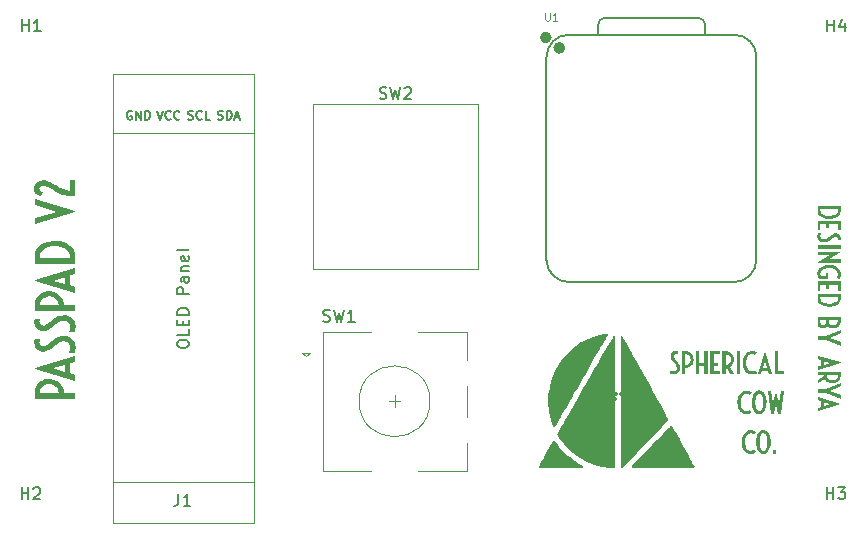
<source format=gbr>
%TF.GenerationSoftware,KiCad,Pcbnew,9.0.2*%
%TF.CreationDate,2025-07-02T04:02:23-04:00*%
%TF.ProjectId,PassPad_KiCAD,50617373-5061-4645-9f4b-694341442e6b,rev?*%
%TF.SameCoordinates,Original*%
%TF.FileFunction,Legend,Top*%
%TF.FilePolarity,Positive*%
%FSLAX46Y46*%
G04 Gerber Fmt 4.6, Leading zero omitted, Abs format (unit mm)*
G04 Created by KiCad (PCBNEW 9.0.2) date 2025-07-02 04:02:23*
%MOMM*%
%LPD*%
G01*
G04 APERTURE LIST*
%ADD10C,0.100000*%
%ADD11C,0.150000*%
%ADD12C,0.300000*%
%ADD13C,0.101600*%
%ADD14C,0.040000*%
%ADD15C,0.120000*%
%ADD16C,0.000000*%
%ADD17C,0.127000*%
%ADD18C,0.504000*%
G04 APERTURE END LIST*
D10*
G36*
X166608008Y-83870093D02*
G01*
X166607815Y-83885968D01*
X166602166Y-83955825D01*
X166589008Y-84021903D01*
X166567886Y-84086417D01*
X166539610Y-84146869D01*
X166502342Y-84206519D01*
X166458113Y-84261602D01*
X166403368Y-84315786D01*
X166341897Y-84364677D01*
X166268767Y-84411527D01*
X166189475Y-84452203D01*
X166098967Y-84488830D01*
X166003487Y-84518411D01*
X165899809Y-84541747D01*
X165793089Y-84557424D01*
X165683570Y-84565477D01*
X165573417Y-84565732D01*
X165361331Y-84543765D01*
X165170319Y-84495364D01*
X165008059Y-84425822D01*
X164877037Y-84340008D01*
X164776591Y-84241257D01*
X164705036Y-84130984D01*
X164661344Y-84008785D01*
X164650090Y-83942695D01*
X164646250Y-83872902D01*
X164898186Y-83872902D01*
X164899473Y-83902957D01*
X164908015Y-83954178D01*
X164924118Y-84001993D01*
X164949397Y-84049794D01*
X164982236Y-84093627D01*
X165026869Y-84137738D01*
X165079157Y-84176939D01*
X165145525Y-84214930D01*
X165219077Y-84246797D01*
X165305923Y-84274550D01*
X165398192Y-84295039D01*
X165497921Y-84308622D01*
X165599937Y-84314394D01*
X165799572Y-84303063D01*
X165975848Y-84265362D01*
X166117925Y-84208315D01*
X166224098Y-84138128D01*
X166297297Y-84058418D01*
X166340941Y-83969755D01*
X166352119Y-83921500D01*
X166355949Y-83870093D01*
X166355949Y-83735637D01*
X164898186Y-83735637D01*
X164898186Y-83872902D01*
X164646250Y-83872902D01*
X164646250Y-83455735D01*
X166608008Y-83455735D01*
X166608008Y-83870093D01*
G37*
G36*
X166355949Y-85531555D02*
G01*
X166608008Y-85531555D01*
X166608008Y-84733613D01*
X164646250Y-84733613D01*
X164646250Y-85531555D01*
X164898186Y-85531555D01*
X164898186Y-85013516D01*
X165339899Y-85013516D01*
X165339899Y-85377560D01*
X165591958Y-85377560D01*
X165591958Y-85013516D01*
X166355949Y-85013516D01*
X166355949Y-85531555D01*
G37*
G36*
X165188224Y-86553467D02*
G01*
X165341124Y-86538901D01*
X165484890Y-86496313D01*
X165625106Y-86425255D01*
X165770269Y-86321601D01*
X165879148Y-86229504D01*
X165958242Y-86162073D01*
X166032261Y-86106583D01*
X166103068Y-86068949D01*
X166172523Y-86055089D01*
X166214977Y-86058883D01*
X166252886Y-86069811D01*
X166314533Y-86110556D01*
X166356645Y-86174369D01*
X166375133Y-86258645D01*
X166373612Y-86306945D01*
X166364126Y-86357039D01*
X166354240Y-86388237D01*
X166606176Y-86388237D01*
X166619029Y-86320949D01*
X166623976Y-86254486D01*
X166621143Y-86189135D01*
X166610644Y-86126112D01*
X166592893Y-86066799D01*
X166567987Y-86011217D01*
X166537052Y-85961412D01*
X166499665Y-85916490D01*
X166457592Y-85878374D01*
X166409791Y-85846029D01*
X166358102Y-85820743D01*
X166301289Y-85801995D01*
X166240646Y-85790477D01*
X166175312Y-85786307D01*
X166172523Y-85786300D01*
X166057653Y-85800869D01*
X165948359Y-85843929D01*
X165833261Y-85919755D01*
X165706672Y-86027508D01*
X165596689Y-86122276D01*
X165478301Y-86205627D01*
X165413761Y-86239069D01*
X165344486Y-86264913D01*
X165269600Y-86281580D01*
X165188224Y-86287486D01*
X165126861Y-86283677D01*
X165073565Y-86272640D01*
X165029742Y-86255847D01*
X164992616Y-86233486D01*
X164937145Y-86174217D01*
X164902954Y-86093799D01*
X164890957Y-85988180D01*
X164905994Y-85854576D01*
X164942150Y-85727438D01*
X164676291Y-85727438D01*
X164652432Y-85812776D01*
X164637219Y-85895701D01*
X164630459Y-85974999D01*
X164631749Y-86051059D01*
X164640667Y-86122307D01*
X164656965Y-86189588D01*
X164679892Y-86251253D01*
X164709517Y-86308328D01*
X164744853Y-86359423D01*
X164786256Y-86405373D01*
X164832799Y-86445255D01*
X164884883Y-86479442D01*
X164941980Y-86507436D01*
X165004213Y-86529115D01*
X165071653Y-86544176D01*
X165143925Y-86552187D01*
X165188224Y-86553467D01*
G37*
G36*
X164646250Y-86804060D02*
G01*
X164646250Y-87084084D01*
X166606176Y-87084084D01*
X166606176Y-86804060D01*
X164646250Y-86804060D01*
G37*
G36*
X166606176Y-87999140D02*
G01*
X165584142Y-87999140D01*
X166606176Y-87413934D01*
X166606176Y-87363620D01*
X164646250Y-87363620D01*
X164646250Y-87643523D01*
X165668162Y-87643523D01*
X164646250Y-88228729D01*
X164646250Y-88279165D01*
X166606176Y-88279165D01*
X166606176Y-87999140D01*
G37*
G36*
X165552879Y-89633858D02*
G01*
X165552879Y-89177490D01*
X165340021Y-89177490D01*
X165340021Y-89381921D01*
X164918825Y-89381921D01*
X164899947Y-89335101D01*
X164888807Y-89285049D01*
X164885363Y-89233544D01*
X164889194Y-89174230D01*
X164900379Y-89118561D01*
X164943716Y-89016876D01*
X165015041Y-88926614D01*
X165116114Y-88847918D01*
X165248759Y-88783459D01*
X165411911Y-88738252D01*
X165598276Y-88718437D01*
X165603193Y-88718313D01*
X165698170Y-88720077D01*
X165792088Y-88729630D01*
X165882253Y-88746651D01*
X165968649Y-88771200D01*
X166045600Y-88801298D01*
X166116823Y-88838085D01*
X166176288Y-88877808D01*
X166229044Y-88923162D01*
X166270685Y-88969589D01*
X166305276Y-89020711D01*
X166330515Y-89072448D01*
X166348517Y-89128227D01*
X166360956Y-89233544D01*
X166357097Y-89293935D01*
X166345716Y-89350637D01*
X166327346Y-89402945D01*
X166302186Y-89451347D01*
X166274250Y-89491098D01*
X166486986Y-89645093D01*
X166526710Y-89583552D01*
X166559716Y-89517322D01*
X166584696Y-89449191D01*
X166602625Y-89376715D01*
X166615824Y-89233544D01*
X166611983Y-89154750D01*
X166600726Y-89080094D01*
X166557153Y-88942254D01*
X166486471Y-88818571D01*
X166388695Y-88708632D01*
X166263232Y-88613477D01*
X166110091Y-88535771D01*
X165931443Y-88479556D01*
X165733140Y-88449434D01*
X165566801Y-88446715D01*
X165462561Y-88454921D01*
X165359974Y-88470918D01*
X165262124Y-88494120D01*
X165167805Y-88524778D01*
X165081813Y-88561056D01*
X165000770Y-88604140D01*
X164929692Y-88650957D01*
X164864460Y-88703807D01*
X164809151Y-88758927D01*
X164760202Y-88819359D01*
X164720284Y-88881403D01*
X164687070Y-88948194D01*
X164661955Y-89016756D01*
X164643907Y-89089684D01*
X164630618Y-89233544D01*
X164645653Y-89366815D01*
X164691398Y-89501604D01*
X164766872Y-89628926D01*
X164770569Y-89633858D01*
X165552879Y-89633858D01*
G37*
G36*
X166355949Y-90666516D02*
G01*
X166608008Y-90666516D01*
X166608008Y-89868575D01*
X164646250Y-89868575D01*
X164646250Y-90666516D01*
X164898186Y-90666516D01*
X164898186Y-90148477D01*
X165339899Y-90148477D01*
X165339899Y-90512521D01*
X165591958Y-90512521D01*
X165591958Y-90148477D01*
X166355949Y-90148477D01*
X166355949Y-90666516D01*
G37*
G36*
X166608008Y-91304845D02*
G01*
X166607815Y-91320720D01*
X166602166Y-91390577D01*
X166589008Y-91456655D01*
X166567886Y-91521169D01*
X166539610Y-91581621D01*
X166502342Y-91641271D01*
X166458113Y-91696355D01*
X166403368Y-91750538D01*
X166341897Y-91799430D01*
X166268767Y-91846279D01*
X166189475Y-91886955D01*
X166098967Y-91923582D01*
X166003487Y-91953163D01*
X165899809Y-91976500D01*
X165793089Y-91992177D01*
X165683570Y-92000229D01*
X165573417Y-92000484D01*
X165361331Y-91978517D01*
X165170319Y-91930116D01*
X165008059Y-91860574D01*
X164877037Y-91774760D01*
X164776591Y-91676010D01*
X164705036Y-91565736D01*
X164661344Y-91443537D01*
X164650090Y-91377447D01*
X164646250Y-91307654D01*
X164898186Y-91307654D01*
X164899473Y-91337709D01*
X164908015Y-91388930D01*
X164924118Y-91436745D01*
X164949397Y-91484546D01*
X164982236Y-91528379D01*
X165026869Y-91572490D01*
X165079157Y-91611691D01*
X165145525Y-91649682D01*
X165219077Y-91681550D01*
X165305923Y-91709302D01*
X165398192Y-91729791D01*
X165497921Y-91743375D01*
X165599937Y-91749146D01*
X165799572Y-91737815D01*
X165975848Y-91700115D01*
X166117925Y-91643067D01*
X166224098Y-91572881D01*
X166297297Y-91493170D01*
X166340941Y-91404507D01*
X166352119Y-91356253D01*
X166355949Y-91304845D01*
X166355949Y-91170389D01*
X164898186Y-91170389D01*
X164898186Y-91307654D01*
X164646250Y-91307654D01*
X164646250Y-90890487D01*
X166608008Y-90890487D01*
X166608008Y-91304845D01*
G37*
G36*
X166608008Y-93147780D02*
G01*
X166593367Y-93312856D01*
X166575177Y-93389146D01*
X166550442Y-93459526D01*
X166518848Y-93525534D01*
X166481503Y-93585331D01*
X166437436Y-93640640D01*
X166388459Y-93689301D01*
X166333152Y-93732742D01*
X166273946Y-93769030D01*
X166209625Y-93798929D01*
X166142683Y-93821233D01*
X166072932Y-93836090D01*
X166002079Y-93843140D01*
X165861191Y-93833970D01*
X165728525Y-93795265D01*
X165610393Y-93729896D01*
X165510747Y-93640662D01*
X165436467Y-93723655D01*
X165387559Y-93760211D01*
X165334512Y-93789661D01*
X165276008Y-93812716D01*
X165214996Y-93828106D01*
X165151957Y-93835858D01*
X165088401Y-93835813D01*
X164966640Y-93813226D01*
X164858975Y-93763756D01*
X164770644Y-93691317D01*
X164704235Y-93598426D01*
X164679943Y-93544777D01*
X164661786Y-93485682D01*
X164650413Y-93421631D01*
X164646250Y-93352211D01*
X164646250Y-93349402D01*
X164898186Y-93349402D01*
X164902141Y-93398865D01*
X164913538Y-93442891D01*
X164931437Y-93480972D01*
X164956578Y-93514976D01*
X164986884Y-93542242D01*
X165023454Y-93563819D01*
X165063207Y-93577796D01*
X165147680Y-93582841D01*
X165225036Y-93558657D01*
X165285746Y-93510176D01*
X165325399Y-93440487D01*
X165336133Y-93397719D01*
X165339899Y-93349402D01*
X165339899Y-93147780D01*
X165591958Y-93147780D01*
X165594730Y-93207960D01*
X165604837Y-93273692D01*
X165621710Y-93333240D01*
X165645331Y-93387860D01*
X165674640Y-93435982D01*
X165710270Y-93479019D01*
X165750441Y-93515067D01*
X165796024Y-93545063D01*
X165844731Y-93567547D01*
X165896670Y-93582736D01*
X165949979Y-93590120D01*
X166056132Y-93581654D01*
X166153793Y-93543995D01*
X166236451Y-93480246D01*
X166300030Y-93392702D01*
X166323574Y-93340440D01*
X166341178Y-93282069D01*
X166352149Y-93217946D01*
X166355949Y-93147780D01*
X165591958Y-93147780D01*
X165339899Y-93147780D01*
X164898186Y-93147780D01*
X164898186Y-93349402D01*
X164646250Y-93349402D01*
X164646250Y-92867877D01*
X166608008Y-92867877D01*
X166608008Y-93147780D01*
G37*
G36*
X166608008Y-95021000D02*
G01*
X165686724Y-94651461D01*
X166608008Y-94270686D01*
X166608008Y-93982235D01*
X165342342Y-94514196D01*
X164650768Y-94514196D01*
X164650768Y-94794221D01*
X165342342Y-94794221D01*
X166608008Y-95309451D01*
X166608008Y-95021000D01*
G37*
G36*
X166606543Y-96710672D02*
G01*
X166606543Y-96761108D01*
X164646494Y-97349001D01*
X164646494Y-97066290D01*
X164904170Y-96987888D01*
X164904170Y-96909486D01*
X165156106Y-96909486D01*
X165724460Y-96735829D01*
X165156106Y-96576216D01*
X165156106Y-96909486D01*
X164904170Y-96909486D01*
X164904170Y-96503432D01*
X164646494Y-96430648D01*
X164646494Y-96147814D01*
X166606543Y-96710672D01*
G37*
G36*
X166608008Y-97796209D02*
G01*
X166603561Y-97884285D01*
X166591624Y-97961618D01*
X166572676Y-98033685D01*
X166546450Y-98102186D01*
X166513889Y-98165140D01*
X166473867Y-98224745D01*
X166428167Y-98278348D01*
X166374808Y-98328108D01*
X166316560Y-98371271D01*
X166251137Y-98409371D01*
X166181914Y-98440253D01*
X166107350Y-98464550D01*
X166030458Y-98481164D01*
X165951439Y-98490141D01*
X165871834Y-98491306D01*
X165716916Y-98470793D01*
X165574894Y-98422313D01*
X165451725Y-98349624D01*
X165350469Y-98256004D01*
X165272610Y-98143401D01*
X164648203Y-98473861D01*
X164648203Y-98171489D01*
X165194208Y-97880229D01*
X165191400Y-97796209D01*
X165443458Y-97796209D01*
X165457211Y-97915641D01*
X165475187Y-97972375D01*
X165499711Y-98023648D01*
X165531881Y-98071729D01*
X165569803Y-98113755D01*
X165615571Y-98151800D01*
X165666040Y-98182998D01*
X165723110Y-98208400D01*
X165783264Y-98226243D01*
X165846474Y-98236635D01*
X165910625Y-98239214D01*
X166034505Y-98221669D01*
X166143948Y-98177219D01*
X166233004Y-98110446D01*
X166299244Y-98024443D01*
X166341105Y-97920027D01*
X166352140Y-97860648D01*
X166355949Y-97796209D01*
X165443458Y-97796209D01*
X165191400Y-97796209D01*
X164648203Y-97796209D01*
X164648203Y-97516307D01*
X166608008Y-97516307D01*
X166608008Y-97796209D01*
G37*
G36*
X166608008Y-99501391D02*
G01*
X165686724Y-99131851D01*
X166608008Y-98751077D01*
X166608008Y-98462626D01*
X165342342Y-98994587D01*
X164650768Y-98994587D01*
X164650768Y-99274611D01*
X165342342Y-99274611D01*
X166608008Y-99789842D01*
X166608008Y-99501391D01*
G37*
G36*
X166606543Y-100212137D02*
G01*
X166606543Y-100262574D01*
X164646494Y-100850466D01*
X164646494Y-100567755D01*
X164904170Y-100489353D01*
X164904170Y-100410951D01*
X165156106Y-100410951D01*
X165724460Y-100237295D01*
X165156106Y-100077682D01*
X165156106Y-100410951D01*
X164904170Y-100410951D01*
X164904170Y-100004897D01*
X164646494Y-99932113D01*
X164646494Y-99649280D01*
X166606543Y-100212137D01*
G37*
G36*
X99763402Y-98119147D02*
G01*
X100026972Y-98175177D01*
X100263070Y-98277563D01*
X100463539Y-98419806D01*
X100624457Y-98597019D01*
X100743638Y-98806882D01*
X100786717Y-98923670D01*
X100818489Y-99049505D01*
X100838037Y-99183626D01*
X100844738Y-99326696D01*
X101795331Y-99326696D01*
X101795331Y-99816525D01*
X98365673Y-99816525D01*
X98365673Y-99326696D01*
X98806776Y-99326696D01*
X100403635Y-99326696D01*
X100379568Y-99117692D01*
X100348110Y-99018406D01*
X100305193Y-98928679D01*
X100248896Y-98844536D01*
X100182533Y-98770991D01*
X100102438Y-98704412D01*
X100014117Y-98649816D01*
X99914245Y-98605362D01*
X99808975Y-98574137D01*
X99698357Y-98555951D01*
X99586094Y-98551438D01*
X99369304Y-98582142D01*
X99177778Y-98659929D01*
X99021929Y-98776781D01*
X98906010Y-98927288D01*
X98832753Y-99110016D01*
X98813442Y-99213928D01*
X98806776Y-99326696D01*
X98365673Y-99326696D01*
X98388836Y-99065608D01*
X98419780Y-98936565D01*
X98462514Y-98816882D01*
X98518065Y-98703132D01*
X98584263Y-98599360D01*
X98663729Y-98501606D01*
X98752634Y-98414741D01*
X98854838Y-98335310D01*
X98964920Y-98267864D01*
X99086601Y-98210343D01*
X99213984Y-98165830D01*
X99348685Y-98133752D01*
X99486275Y-98115289D01*
X99763402Y-98119147D01*
G37*
G36*
X101798323Y-96651229D02*
G01*
X101347390Y-96788433D01*
X101347390Y-97636230D01*
X101798323Y-97763603D01*
X101798323Y-98258561D01*
X98368238Y-97273560D01*
X98368238Y-97229535D01*
X99911883Y-97229535D01*
X100906501Y-97508858D01*
X100906501Y-96925636D01*
X99911883Y-97229535D01*
X98368238Y-97229535D01*
X98368238Y-97185297D01*
X101798323Y-96156485D01*
X101798323Y-96651229D01*
G37*
G36*
X100850294Y-94467301D02*
G01*
X100582719Y-94492792D01*
X100331129Y-94567321D01*
X100085751Y-94691672D01*
X99831717Y-94873066D01*
X99641178Y-95034237D01*
X99502764Y-95152240D01*
X99373230Y-95249349D01*
X99249318Y-95315208D01*
X99127772Y-95339462D01*
X99053478Y-95332822D01*
X98987137Y-95313700D01*
X98879254Y-95242396D01*
X98805559Y-95130723D01*
X98773204Y-94983240D01*
X98775866Y-94898714D01*
X98792466Y-94811051D01*
X98809768Y-94756454D01*
X98368879Y-94756454D01*
X98346386Y-94874209D01*
X98337729Y-94990518D01*
X98342688Y-95104882D01*
X98361060Y-95215173D01*
X98392125Y-95318971D01*
X98435711Y-95416239D01*
X98489845Y-95503397D01*
X98555273Y-95582011D01*
X98628901Y-95648714D01*
X98712553Y-95705317D01*
X98803009Y-95749568D01*
X98902432Y-95782377D01*
X99008556Y-95802533D01*
X99122892Y-95809832D01*
X99127772Y-95809843D01*
X99328794Y-95784348D01*
X99520059Y-95708993D01*
X99721480Y-95576298D01*
X99943011Y-95387729D01*
X100135481Y-95221886D01*
X100342661Y-95076021D01*
X100455606Y-95017498D01*
X100576836Y-94972270D01*
X100707887Y-94943104D01*
X100850294Y-94932767D01*
X100957680Y-94939434D01*
X101050948Y-94958749D01*
X101127638Y-94988137D01*
X101192609Y-95027268D01*
X101289684Y-95130989D01*
X101349517Y-95271720D01*
X101370512Y-95456554D01*
X101344197Y-95690361D01*
X101280925Y-95912853D01*
X101746177Y-95912853D01*
X101787931Y-95763511D01*
X101814554Y-95618392D01*
X101826383Y-95479621D01*
X101824126Y-95346515D01*
X101808521Y-95221832D01*
X101779998Y-95104089D01*
X101739876Y-94996175D01*
X101688033Y-94896294D01*
X101626194Y-94806879D01*
X101553740Y-94726465D01*
X101472289Y-94656672D01*
X101381142Y-94596845D01*
X101281223Y-94547855D01*
X101172314Y-94509917D01*
X101054294Y-94483561D01*
X100927818Y-94469541D01*
X100850294Y-94467301D01*
G37*
G36*
X100850294Y-92730246D02*
G01*
X100582719Y-92755737D01*
X100331129Y-92830266D01*
X100085751Y-92954617D01*
X99831717Y-93136011D01*
X99641178Y-93297182D01*
X99502764Y-93415185D01*
X99373230Y-93512294D01*
X99249318Y-93578153D01*
X99127772Y-93602407D01*
X99053478Y-93595767D01*
X98987137Y-93576645D01*
X98879254Y-93505341D01*
X98805559Y-93393668D01*
X98773204Y-93246185D01*
X98775866Y-93161659D01*
X98792466Y-93073996D01*
X98809768Y-93019399D01*
X98368879Y-93019399D01*
X98346386Y-93137153D01*
X98337729Y-93253463D01*
X98342688Y-93367827D01*
X98361060Y-93478118D01*
X98392125Y-93581916D01*
X98435711Y-93679184D01*
X98489845Y-93766342D01*
X98555273Y-93844956D01*
X98628901Y-93911659D01*
X98712553Y-93968262D01*
X98803009Y-94012513D01*
X98902432Y-94045322D01*
X99008556Y-94065478D01*
X99122892Y-94072777D01*
X99127772Y-94072788D01*
X99328794Y-94047293D01*
X99520059Y-93971938D01*
X99721480Y-93839243D01*
X99943011Y-93650674D01*
X100135481Y-93484831D01*
X100342661Y-93338966D01*
X100455606Y-93280443D01*
X100576836Y-93235215D01*
X100707887Y-93206049D01*
X100850294Y-93195712D01*
X100957680Y-93202379D01*
X101050948Y-93221693D01*
X101127638Y-93251082D01*
X101192609Y-93290213D01*
X101289684Y-93393934D01*
X101349517Y-93534665D01*
X101370512Y-93719499D01*
X101344197Y-93953306D01*
X101280925Y-94175798D01*
X101746177Y-94175798D01*
X101787931Y-94026456D01*
X101814554Y-93881337D01*
X101826383Y-93742566D01*
X101824126Y-93609460D01*
X101808521Y-93484777D01*
X101779998Y-93367034D01*
X101739876Y-93259120D01*
X101688033Y-93159239D01*
X101626194Y-93069824D01*
X101553740Y-92989410D01*
X101472289Y-92919617D01*
X101381142Y-92859790D01*
X101281223Y-92810800D01*
X101172314Y-92772862D01*
X101054294Y-92746506D01*
X100927818Y-92732486D01*
X100850294Y-92730246D01*
G37*
G36*
X99763402Y-90692210D02*
G01*
X100026972Y-90748240D01*
X100263070Y-90850626D01*
X100463539Y-90992870D01*
X100624457Y-91170083D01*
X100743638Y-91379946D01*
X100786717Y-91496734D01*
X100818489Y-91622568D01*
X100838037Y-91756690D01*
X100844738Y-91899760D01*
X101795331Y-91899760D01*
X101795331Y-92389589D01*
X98365673Y-92389589D01*
X98365673Y-91899760D01*
X98806776Y-91899760D01*
X100403635Y-91899760D01*
X100379568Y-91690755D01*
X100348110Y-91591469D01*
X100305193Y-91501742D01*
X100248896Y-91417600D01*
X100182533Y-91344055D01*
X100102438Y-91277475D01*
X100014117Y-91222879D01*
X99914245Y-91178426D01*
X99808975Y-91147200D01*
X99698357Y-91129014D01*
X99586094Y-91124501D01*
X99369304Y-91155205D01*
X99177778Y-91232993D01*
X99021929Y-91349845D01*
X98906010Y-91500351D01*
X98832753Y-91683080D01*
X98813442Y-91786992D01*
X98806776Y-91899760D01*
X98365673Y-91899760D01*
X98388836Y-91638671D01*
X98419780Y-91509629D01*
X98462514Y-91389945D01*
X98518065Y-91276196D01*
X98584263Y-91172423D01*
X98663729Y-91074670D01*
X98752634Y-90987804D01*
X98854838Y-90908374D01*
X98964920Y-90840928D01*
X99086601Y-90783407D01*
X99213984Y-90738893D01*
X99348685Y-90706816D01*
X99486275Y-90688352D01*
X99763402Y-90692210D01*
G37*
G36*
X101798323Y-89224293D02*
G01*
X101347390Y-89361496D01*
X101347390Y-90209294D01*
X101798323Y-90336666D01*
X101798323Y-90831625D01*
X98368238Y-89846624D01*
X98368238Y-89802599D01*
X99911883Y-89802599D01*
X100906501Y-90081921D01*
X100906501Y-89498700D01*
X99911883Y-89802599D01*
X98368238Y-89802599D01*
X98368238Y-89758360D01*
X101798323Y-88729549D01*
X101798323Y-89224293D01*
G37*
G36*
X100547358Y-86484838D02*
G01*
X100881629Y-86569540D01*
X101165584Y-86691238D01*
X101394873Y-86841413D01*
X101570652Y-87014227D01*
X101695874Y-87207204D01*
X101772335Y-87421053D01*
X101792029Y-87536711D01*
X101798751Y-87658849D01*
X101798751Y-88388891D01*
X98365673Y-88388891D01*
X98365673Y-87663764D01*
X98806776Y-87663764D01*
X98806776Y-87899062D01*
X101357862Y-87899062D01*
X101357862Y-87658849D01*
X101355609Y-87606253D01*
X101340661Y-87516616D01*
X101312480Y-87432940D01*
X101268242Y-87349288D01*
X101210773Y-87272580D01*
X101132667Y-87195386D01*
X101041162Y-87126784D01*
X100925018Y-87060299D01*
X100796303Y-87004531D01*
X100644321Y-86955965D01*
X100482851Y-86920109D01*
X100308325Y-86896338D01*
X100129798Y-86886237D01*
X99780437Y-86906067D01*
X99471954Y-86972043D01*
X99223318Y-87071876D01*
X99037515Y-87194702D01*
X98909418Y-87334195D01*
X98833041Y-87489356D01*
X98813478Y-87573801D01*
X98806776Y-87663764D01*
X98365673Y-87663764D01*
X98366011Y-87635982D01*
X98375897Y-87513734D01*
X98398923Y-87398097D01*
X98435886Y-87285197D01*
X98485369Y-87179406D01*
X98550589Y-87075019D01*
X98627990Y-86978623D01*
X98723793Y-86883801D01*
X98831367Y-86798241D01*
X98959344Y-86716255D01*
X99098105Y-86645071D01*
X99256496Y-86580975D01*
X99423585Y-86529207D01*
X99605021Y-86488369D01*
X99791782Y-86460934D01*
X99983440Y-86446842D01*
X100176207Y-86446396D01*
X100547358Y-86484838D01*
G37*
G36*
X101798751Y-83904348D02*
G01*
X98368879Y-82875536D01*
X98368879Y-83370280D01*
X100255319Y-83948586D01*
X98368879Y-84482654D01*
X98368879Y-84977612D01*
X101798751Y-83992611D01*
X101798751Y-83904348D01*
G37*
G36*
X99119223Y-81309878D02*
G01*
X98990608Y-81316577D01*
X98872986Y-81336113D01*
X98768252Y-81366991D01*
X98674336Y-81408650D01*
X98592052Y-81459777D01*
X98520590Y-81519932D01*
X98410075Y-81665060D01*
X98343625Y-81841177D01*
X98324640Y-82015557D01*
X98350702Y-82200486D01*
X98426232Y-82364912D01*
X98480905Y-82436020D01*
X98545091Y-82497300D01*
X98617450Y-82547539D01*
X98697073Y-82585881D01*
X98780876Y-82610841D01*
X98869556Y-82622423D01*
X98898245Y-82623142D01*
X99070069Y-82285048D01*
X98997862Y-82278344D01*
X98932370Y-82258772D01*
X98876609Y-82228062D01*
X98830469Y-82186632D01*
X98796864Y-82137768D01*
X98774873Y-82080471D01*
X98765743Y-82005726D01*
X98772482Y-81939433D01*
X98792303Y-81883046D01*
X98862747Y-81803273D01*
X98979424Y-81754976D01*
X99119223Y-81741150D01*
X99257568Y-81766661D01*
X99475364Y-81862020D01*
X99812928Y-82053244D01*
X100160511Y-82252310D01*
X100540262Y-82439538D01*
X100739200Y-82517345D01*
X100942579Y-82578551D01*
X101149200Y-82618609D01*
X101357862Y-82632972D01*
X101798751Y-82632972D01*
X101798751Y-81319709D01*
X101357862Y-81319709D01*
X101357862Y-82187168D01*
X101121103Y-82161672D01*
X100855170Y-82081078D01*
X100536635Y-81932587D01*
X100182834Y-81732103D01*
X99910740Y-81575969D01*
X99642456Y-81440848D01*
X99378459Y-81345797D01*
X99248216Y-81319255D01*
X99119223Y-81309878D01*
G37*
G36*
X152989009Y-97173025D02*
G01*
X152974443Y-97020125D01*
X152931855Y-96876359D01*
X152860797Y-96736143D01*
X152757144Y-96590980D01*
X152665046Y-96482101D01*
X152597616Y-96403007D01*
X152542125Y-96328988D01*
X152504491Y-96258181D01*
X152490632Y-96188726D01*
X152494426Y-96146272D01*
X152505353Y-96108363D01*
X152546098Y-96046716D01*
X152609911Y-96004604D01*
X152694187Y-95986116D01*
X152742488Y-95987637D01*
X152792581Y-95997123D01*
X152823779Y-96007009D01*
X152823779Y-95755073D01*
X152756491Y-95742220D01*
X152690028Y-95737273D01*
X152624678Y-95740106D01*
X152561654Y-95750605D01*
X152502341Y-95768356D01*
X152446759Y-95793262D01*
X152396955Y-95824197D01*
X152352032Y-95861584D01*
X152313916Y-95903657D01*
X152281572Y-95951458D01*
X152256286Y-96003147D01*
X152237538Y-96059960D01*
X152226020Y-96120603D01*
X152221849Y-96185937D01*
X152221842Y-96188726D01*
X152236411Y-96303596D01*
X152279471Y-96412890D01*
X152355297Y-96527988D01*
X152463051Y-96654577D01*
X152557818Y-96764560D01*
X152641169Y-96882948D01*
X152674611Y-96947488D01*
X152700456Y-97016763D01*
X152717122Y-97091649D01*
X152723029Y-97173025D01*
X152719219Y-97234388D01*
X152708182Y-97287684D01*
X152691389Y-97331507D01*
X152669028Y-97368633D01*
X152609759Y-97424104D01*
X152529341Y-97458295D01*
X152423722Y-97470292D01*
X152290118Y-97455255D01*
X152162980Y-97419099D01*
X152162980Y-97684958D01*
X152248318Y-97708817D01*
X152331243Y-97724030D01*
X152410541Y-97730790D01*
X152486601Y-97729500D01*
X152557849Y-97720582D01*
X152625130Y-97704284D01*
X152686796Y-97681357D01*
X152743871Y-97651732D01*
X152794965Y-97616396D01*
X152840916Y-97574993D01*
X152880797Y-97528450D01*
X152914984Y-97476366D01*
X152942978Y-97419269D01*
X152964658Y-97357036D01*
X152979718Y-97289596D01*
X152987729Y-97217324D01*
X152989009Y-97173025D01*
G37*
G36*
X153612766Y-95766477D02*
G01*
X153686505Y-95784159D01*
X153754896Y-95808579D01*
X153819895Y-95840322D01*
X153879194Y-95878149D01*
X153935053Y-95923558D01*
X153984691Y-95974361D01*
X154030079Y-96032764D01*
X154068620Y-96095668D01*
X154101489Y-96165200D01*
X154126925Y-96237990D01*
X154145255Y-96314962D01*
X154155806Y-96393585D01*
X154153601Y-96551943D01*
X154121584Y-96702554D01*
X154063078Y-96837468D01*
X153981796Y-96952021D01*
X153880531Y-97043975D01*
X153760610Y-97112078D01*
X153693874Y-97136695D01*
X153621968Y-97154850D01*
X153545327Y-97166021D01*
X153463573Y-97169849D01*
X153463573Y-97713046D01*
X153183671Y-97713046D01*
X153183671Y-96917791D01*
X153463573Y-96917791D01*
X153583004Y-96904038D01*
X153639739Y-96886062D01*
X153691012Y-96861538D01*
X153739093Y-96829368D01*
X153781119Y-96791446D01*
X153819164Y-96745678D01*
X153850362Y-96695209D01*
X153875764Y-96638139D01*
X153893607Y-96577985D01*
X153903999Y-96514775D01*
X153906578Y-96450624D01*
X153889033Y-96326744D01*
X153844583Y-96217301D01*
X153777810Y-96128245D01*
X153691806Y-96062005D01*
X153587390Y-96020144D01*
X153528012Y-96009109D01*
X153463573Y-96005300D01*
X153463573Y-96917791D01*
X153183671Y-96917791D01*
X153183671Y-95753241D01*
X153463573Y-95753241D01*
X153612766Y-95766477D01*
G37*
G36*
X155066661Y-95752997D02*
G01*
X155066661Y-96769291D01*
X154604676Y-96769291D01*
X154604676Y-95752997D01*
X154324773Y-95752997D01*
X154324773Y-97712923D01*
X154604676Y-97712923D01*
X154604676Y-97021350D01*
X155066661Y-97021350D01*
X155066661Y-97712923D01*
X155346685Y-97712923D01*
X155346685Y-95752997D01*
X155066661Y-95752997D01*
G37*
G36*
X156367376Y-96005300D02*
G01*
X156367376Y-95753241D01*
X155569435Y-95753241D01*
X155569435Y-97715000D01*
X156367376Y-97715000D01*
X156367376Y-97463063D01*
X155849337Y-97463063D01*
X155849337Y-97021350D01*
X156213381Y-97021350D01*
X156213381Y-96769291D01*
X155849337Y-96769291D01*
X155849337Y-96005300D01*
X156367376Y-96005300D01*
G37*
G36*
X156959325Y-95757688D02*
G01*
X157036658Y-95769625D01*
X157108725Y-95788573D01*
X157177226Y-95814799D01*
X157240180Y-95847360D01*
X157299785Y-95887382D01*
X157353388Y-95933082D01*
X157403148Y-95986441D01*
X157446311Y-96044689D01*
X157484411Y-96110112D01*
X157515293Y-96179335D01*
X157539590Y-96253899D01*
X157556204Y-96330791D01*
X157565181Y-96409810D01*
X157566346Y-96489415D01*
X157545833Y-96644333D01*
X157497353Y-96786355D01*
X157424664Y-96909524D01*
X157331044Y-97010780D01*
X157218440Y-97088639D01*
X157548901Y-97713046D01*
X157246528Y-97713046D01*
X156955269Y-97167041D01*
X156871249Y-97169849D01*
X156871249Y-97713046D01*
X156591347Y-97713046D01*
X156591347Y-96917791D01*
X156871249Y-96917791D01*
X156990680Y-96904038D01*
X157047415Y-96886062D01*
X157098688Y-96861538D01*
X157146769Y-96829368D01*
X157188795Y-96791446D01*
X157226840Y-96745678D01*
X157258038Y-96695209D01*
X157283440Y-96638139D01*
X157301283Y-96577985D01*
X157311675Y-96514775D01*
X157314254Y-96450624D01*
X157296709Y-96326744D01*
X157252259Y-96217301D01*
X157185486Y-96128245D01*
X157099483Y-96062005D01*
X156995066Y-96020144D01*
X156935688Y-96009109D01*
X156871249Y-96005300D01*
X156871249Y-96917791D01*
X156591347Y-96917791D01*
X156591347Y-95753241D01*
X156871249Y-95753241D01*
X156959325Y-95757688D01*
G37*
G36*
X157817690Y-97715000D02*
G01*
X158097715Y-97715000D01*
X158097715Y-95755073D01*
X157817690Y-95755073D01*
X157817690Y-97715000D01*
G37*
G36*
X159388050Y-97372449D02*
G01*
X159338542Y-97409253D01*
X159284544Y-97438728D01*
X159230899Y-97458685D01*
X159173205Y-97471260D01*
X159108025Y-97475886D01*
X159048761Y-97472055D01*
X158993135Y-97460871D01*
X158891501Y-97417531D01*
X158801251Y-97346187D01*
X158722534Y-97245071D01*
X158658033Y-97112361D01*
X158612778Y-96949150D01*
X158592924Y-96762800D01*
X158592795Y-96757690D01*
X158594559Y-96662746D01*
X158604112Y-96568864D01*
X158621132Y-96478741D01*
X158645680Y-96392387D01*
X158675778Y-96315476D01*
X158712563Y-96244291D01*
X158752287Y-96184856D01*
X158797642Y-96132127D01*
X158844075Y-96090506D01*
X158895203Y-96055933D01*
X158946951Y-96030706D01*
X159002743Y-96012715D01*
X159108025Y-96000293D01*
X159168416Y-96004150D01*
X159225118Y-96015524D01*
X159277467Y-96033892D01*
X159325902Y-96059041D01*
X159365579Y-96086877D01*
X159519574Y-95874263D01*
X159458034Y-95834539D01*
X159391803Y-95801533D01*
X159323673Y-95776553D01*
X159251197Y-95758624D01*
X159108025Y-95745425D01*
X159029214Y-95749266D01*
X158954542Y-95760523D01*
X158816677Y-95804095D01*
X158692979Y-95874772D01*
X158583032Y-95972537D01*
X158487881Y-96097979D01*
X158410188Y-96251084D01*
X158353994Y-96429678D01*
X158323900Y-96627905D01*
X158321197Y-96793960D01*
X158329404Y-96898211D01*
X158345401Y-97000823D01*
X158368608Y-97098716D01*
X158399271Y-97193087D01*
X158435558Y-97279132D01*
X158478651Y-97360231D01*
X158525475Y-97431356D01*
X158578333Y-97496634D01*
X158633454Y-97551978D01*
X158693887Y-97600960D01*
X158755922Y-97640901D01*
X158822701Y-97674135D01*
X158891241Y-97699263D01*
X158964145Y-97717324D01*
X159108025Y-97730631D01*
X159186179Y-97726798D01*
X159260230Y-97715596D01*
X159397765Y-97672109D01*
X159521775Y-97601469D01*
X159536427Y-97590680D01*
X159388050Y-97372449D01*
G37*
G36*
X160820412Y-97714755D02*
G01*
X160537701Y-97714755D01*
X160459299Y-97457079D01*
X159974843Y-97457079D01*
X159902059Y-97714755D01*
X159619226Y-97714755D01*
X159765569Y-97205143D01*
X160047628Y-97205143D01*
X160380897Y-97205143D01*
X160207240Y-96636789D01*
X160047628Y-97205143D01*
X159765569Y-97205143D01*
X160182083Y-95754706D01*
X160232519Y-95754706D01*
X160820412Y-97714755D01*
G37*
G36*
X161294976Y-97463063D02*
G01*
X161294976Y-95755073D01*
X161015073Y-95755073D01*
X161015073Y-97715000D01*
X161813015Y-97715000D01*
X161813015Y-97463063D01*
X161294976Y-97463063D01*
G37*
G36*
X158932781Y-100732449D02*
G01*
X158883273Y-100769253D01*
X158829275Y-100798728D01*
X158775630Y-100818685D01*
X158717936Y-100831260D01*
X158652756Y-100835886D01*
X158593492Y-100832055D01*
X158537866Y-100820871D01*
X158436232Y-100777531D01*
X158345982Y-100706187D01*
X158267265Y-100605071D01*
X158202765Y-100472361D01*
X158157509Y-100309150D01*
X158137655Y-100122800D01*
X158137526Y-100117690D01*
X158139290Y-100022746D01*
X158148843Y-99928864D01*
X158165863Y-99838741D01*
X158190411Y-99752387D01*
X158220509Y-99675476D01*
X158257294Y-99604291D01*
X158297019Y-99544856D01*
X158342373Y-99492127D01*
X158388806Y-99450506D01*
X158439934Y-99415933D01*
X158491683Y-99390706D01*
X158547475Y-99372715D01*
X158652756Y-99360293D01*
X158713147Y-99364150D01*
X158769850Y-99375524D01*
X158822198Y-99393892D01*
X158870633Y-99419041D01*
X158910311Y-99446877D01*
X159064306Y-99234263D01*
X159002765Y-99194539D01*
X158936534Y-99161533D01*
X158868404Y-99136553D01*
X158795928Y-99118624D01*
X158652756Y-99105425D01*
X158573945Y-99109266D01*
X158499273Y-99120523D01*
X158361408Y-99164095D01*
X158237710Y-99234772D01*
X158127764Y-99332537D01*
X158032612Y-99457979D01*
X157954919Y-99611084D01*
X157898725Y-99789678D01*
X157868631Y-99987905D01*
X157865928Y-100153960D01*
X157874135Y-100258211D01*
X157890132Y-100360823D01*
X157913339Y-100458716D01*
X157944003Y-100553087D01*
X157980289Y-100639132D01*
X158023382Y-100720231D01*
X158070206Y-100791356D01*
X158123064Y-100856634D01*
X158178185Y-100911978D01*
X158238618Y-100960960D01*
X158300653Y-101000901D01*
X158367433Y-101034135D01*
X158435972Y-101059263D01*
X158508876Y-101077324D01*
X158652756Y-101090631D01*
X158730910Y-101086798D01*
X158804962Y-101075596D01*
X158942496Y-101032109D01*
X159066506Y-100961469D01*
X159081158Y-100950680D01*
X158932781Y-100732449D01*
G37*
G36*
X159815462Y-99094058D02*
G01*
X159873645Y-99109722D01*
X159929800Y-99132905D01*
X159983864Y-99163810D01*
X160035243Y-99202379D01*
X160084367Y-99249456D01*
X160130052Y-99304524D01*
X160172848Y-99369112D01*
X160211343Y-99442130D01*
X160245913Y-99525632D01*
X160275218Y-99618052D01*
X160299317Y-99721703D01*
X160317114Y-99834752D01*
X160328334Y-99959518D01*
X160332170Y-100094120D01*
X160320797Y-100320254D01*
X160283168Y-100538057D01*
X160223778Y-100716453D01*
X160146851Y-100858103D01*
X160055770Y-100965829D01*
X160005699Y-101007754D01*
X159952843Y-101042059D01*
X159897188Y-101068916D01*
X159839371Y-101088136D01*
X159778558Y-101099906D01*
X159716190Y-101103820D01*
X159622775Y-101095003D01*
X159508737Y-101057269D01*
X159454994Y-101027010D01*
X159404021Y-100989146D01*
X159355249Y-100942725D01*
X159309958Y-100888337D01*
X159267419Y-100824205D01*
X159229196Y-100751602D01*
X159194750Y-100668093D01*
X159165572Y-100575543D01*
X159141490Y-100471161D01*
X159123717Y-100357165D01*
X159112475Y-100230712D01*
X159108636Y-100094120D01*
X159388660Y-100094120D01*
X159388956Y-100132228D01*
X159394628Y-100259088D01*
X159406966Y-100372054D01*
X159424855Y-100469830D01*
X159447785Y-100555111D01*
X159474364Y-100626687D01*
X159504462Y-100687191D01*
X159536564Y-100735873D01*
X159570822Y-100774805D01*
X159606077Y-100803967D01*
X159642297Y-100824403D01*
X159679323Y-100836557D01*
X159716190Y-100840526D01*
X159724102Y-100840350D01*
X159761389Y-100834781D01*
X159798796Y-100821126D01*
X159836248Y-100798662D01*
X159872617Y-100767148D01*
X159908055Y-100725177D01*
X159941078Y-100672957D01*
X159971629Y-100608643D01*
X159998292Y-100532805D01*
X160020691Y-100443505D01*
X160037636Y-100341423D01*
X160048485Y-100224762D01*
X160052268Y-100094120D01*
X160051886Y-100051885D01*
X160045888Y-99927542D01*
X160033193Y-99816605D01*
X160014797Y-99719677D01*
X159991322Y-99635002D01*
X159963975Y-99563236D01*
X159933112Y-99502523D01*
X159900081Y-99453303D01*
X159864990Y-99413957D01*
X159829018Y-99384464D01*
X159792311Y-99363835D01*
X159755391Y-99351683D01*
X159718999Y-99347714D01*
X159711607Y-99347885D01*
X159675489Y-99353558D01*
X159638807Y-99367534D01*
X159601694Y-99390588D01*
X159565395Y-99422962D01*
X159530082Y-99465785D01*
X159497072Y-99519029D01*
X159466772Y-99583913D01*
X159440346Y-99660297D01*
X159418419Y-99749283D01*
X159401975Y-99850789D01*
X159391767Y-99965713D01*
X159388660Y-100094120D01*
X159108636Y-100094120D01*
X159119584Y-99870099D01*
X159156667Y-99650728D01*
X159215374Y-99471619D01*
X159291443Y-99329830D01*
X159381522Y-99222251D01*
X159431066Y-99180434D01*
X159483432Y-99146212D01*
X159538649Y-99119412D01*
X159596098Y-99100227D01*
X159656715Y-99088457D01*
X159718999Y-99084542D01*
X159815462Y-99094058D01*
G37*
G36*
X161128524Y-100232240D02*
G01*
X160940946Y-101075000D01*
X160716975Y-101075000D01*
X160414480Y-99115073D01*
X160697313Y-99115073D01*
X160865352Y-100195847D01*
X161128524Y-99196284D01*
X161391696Y-100195847D01*
X161559735Y-99115073D01*
X161842446Y-99115073D01*
X161540073Y-101075000D01*
X161316103Y-101075000D01*
X161128524Y-100232240D01*
G37*
G36*
X159282537Y-104092449D02*
G01*
X159233029Y-104129253D01*
X159179031Y-104158728D01*
X159125386Y-104178685D01*
X159067692Y-104191260D01*
X159002512Y-104195886D01*
X158943248Y-104192055D01*
X158887622Y-104180871D01*
X158785988Y-104137531D01*
X158695738Y-104066187D01*
X158617021Y-103965071D01*
X158552521Y-103832361D01*
X158507265Y-103669150D01*
X158487411Y-103482800D01*
X158487282Y-103477690D01*
X158489046Y-103382746D01*
X158498599Y-103288864D01*
X158515619Y-103198741D01*
X158540167Y-103112387D01*
X158570265Y-103035476D01*
X158607050Y-102964291D01*
X158646775Y-102904856D01*
X158692129Y-102852127D01*
X158738562Y-102810506D01*
X158789690Y-102775933D01*
X158841439Y-102750706D01*
X158897231Y-102732715D01*
X159002512Y-102720293D01*
X159062903Y-102724150D01*
X159119606Y-102735524D01*
X159171954Y-102753892D01*
X159220389Y-102779041D01*
X159260067Y-102806877D01*
X159414062Y-102594263D01*
X159352521Y-102554539D01*
X159286290Y-102521533D01*
X159218160Y-102496553D01*
X159145684Y-102478624D01*
X159002512Y-102465425D01*
X158923701Y-102469266D01*
X158849029Y-102480523D01*
X158711164Y-102524095D01*
X158587466Y-102594772D01*
X158477520Y-102692537D01*
X158382368Y-102817979D01*
X158304675Y-102971084D01*
X158248481Y-103149678D01*
X158218387Y-103347905D01*
X158215684Y-103513960D01*
X158223891Y-103618211D01*
X158239888Y-103720823D01*
X158263095Y-103818716D01*
X158293759Y-103913087D01*
X158330045Y-103999132D01*
X158373138Y-104080231D01*
X158419962Y-104151356D01*
X158472820Y-104216634D01*
X158527941Y-104271978D01*
X158588374Y-104320960D01*
X158650409Y-104360901D01*
X158717189Y-104394135D01*
X158785728Y-104419263D01*
X158858632Y-104437324D01*
X159002512Y-104450631D01*
X159080666Y-104446798D01*
X159154718Y-104435596D01*
X159292252Y-104392109D01*
X159416262Y-104321469D01*
X159430914Y-104310680D01*
X159282537Y-104092449D01*
G37*
G36*
X160165218Y-102454058D02*
G01*
X160223401Y-102469722D01*
X160279556Y-102492905D01*
X160333620Y-102523810D01*
X160384999Y-102562379D01*
X160434123Y-102609456D01*
X160479808Y-102664524D01*
X160522604Y-102729112D01*
X160561099Y-102802130D01*
X160595669Y-102885632D01*
X160624974Y-102978052D01*
X160649073Y-103081703D01*
X160666870Y-103194752D01*
X160678090Y-103319518D01*
X160681926Y-103454120D01*
X160670553Y-103680254D01*
X160632924Y-103898057D01*
X160573534Y-104076453D01*
X160496607Y-104218103D01*
X160405526Y-104325829D01*
X160355455Y-104367754D01*
X160302599Y-104402059D01*
X160246944Y-104428916D01*
X160189127Y-104448136D01*
X160128314Y-104459906D01*
X160065946Y-104463820D01*
X159972531Y-104455003D01*
X159858493Y-104417269D01*
X159804750Y-104387010D01*
X159753777Y-104349146D01*
X159705005Y-104302725D01*
X159659714Y-104248337D01*
X159617175Y-104184205D01*
X159578952Y-104111602D01*
X159544506Y-104028093D01*
X159515328Y-103935543D01*
X159491246Y-103831161D01*
X159473473Y-103717165D01*
X159462231Y-103590712D01*
X159458392Y-103454120D01*
X159738416Y-103454120D01*
X159738712Y-103492228D01*
X159744384Y-103619088D01*
X159756722Y-103732054D01*
X159774611Y-103829830D01*
X159797541Y-103915111D01*
X159824120Y-103986687D01*
X159854218Y-104047191D01*
X159886320Y-104095873D01*
X159920578Y-104134805D01*
X159955833Y-104163967D01*
X159992053Y-104184403D01*
X160029079Y-104196557D01*
X160065946Y-104200526D01*
X160073858Y-104200350D01*
X160111145Y-104194781D01*
X160148552Y-104181126D01*
X160186004Y-104158662D01*
X160222373Y-104127148D01*
X160257811Y-104085177D01*
X160290834Y-104032957D01*
X160321385Y-103968643D01*
X160348048Y-103892805D01*
X160370447Y-103803505D01*
X160387392Y-103701423D01*
X160398241Y-103584762D01*
X160402024Y-103454120D01*
X160401642Y-103411885D01*
X160395644Y-103287542D01*
X160382949Y-103176605D01*
X160364553Y-103079677D01*
X160341078Y-102995002D01*
X160313731Y-102923236D01*
X160282868Y-102862523D01*
X160249837Y-102813303D01*
X160214746Y-102773957D01*
X160178774Y-102744464D01*
X160142067Y-102723835D01*
X160105147Y-102711683D01*
X160068755Y-102707714D01*
X160061363Y-102707885D01*
X160025245Y-102713558D01*
X159988563Y-102727534D01*
X159951450Y-102750588D01*
X159915151Y-102782962D01*
X159879838Y-102825785D01*
X159846828Y-102879029D01*
X159816528Y-102943913D01*
X159790102Y-103020297D01*
X159768175Y-103109283D01*
X159751731Y-103210789D01*
X159741523Y-103325713D01*
X159738416Y-103454120D01*
X159458392Y-103454120D01*
X159469340Y-103230099D01*
X159506423Y-103010728D01*
X159565130Y-102831619D01*
X159641199Y-102689830D01*
X159731278Y-102582251D01*
X159780822Y-102540434D01*
X159833188Y-102506212D01*
X159888405Y-102479412D01*
X159945854Y-102460227D01*
X160006471Y-102448457D01*
X160068755Y-102444542D01*
X160165218Y-102454058D01*
G37*
G36*
X160848988Y-104169019D02*
G01*
X160848988Y-104435000D01*
X161114969Y-104435000D01*
X161114969Y-104169019D01*
X160848988Y-104169019D01*
G37*
D11*
X165479646Y-68694287D02*
X165479646Y-67694287D01*
X165479646Y-68170477D02*
X166051074Y-68170477D01*
X166051074Y-68694287D02*
X166051074Y-67694287D01*
X166955836Y-68027620D02*
X166955836Y-68694287D01*
X166717741Y-67646668D02*
X166479646Y-68360953D01*
X166479646Y-68360953D02*
X167098693Y-68360953D01*
X110542916Y-107873569D02*
X110542916Y-108587854D01*
X110542916Y-108587854D02*
X110495297Y-108730711D01*
X110495297Y-108730711D02*
X110400059Y-108825950D01*
X110400059Y-108825950D02*
X110257202Y-108873569D01*
X110257202Y-108873569D02*
X110161964Y-108873569D01*
X111542916Y-108873569D02*
X110971488Y-108873569D01*
X111257202Y-108873569D02*
X111257202Y-107873569D01*
X111257202Y-107873569D02*
X111161964Y-108016426D01*
X111161964Y-108016426D02*
X111066726Y-108111664D01*
X111066726Y-108111664D02*
X110971488Y-108159283D01*
X106584821Y-75443628D02*
X106513393Y-75407914D01*
X106513393Y-75407914D02*
X106406250Y-75407914D01*
X106406250Y-75407914D02*
X106299107Y-75443628D01*
X106299107Y-75443628D02*
X106227678Y-75515057D01*
X106227678Y-75515057D02*
X106191964Y-75586485D01*
X106191964Y-75586485D02*
X106156250Y-75729342D01*
X106156250Y-75729342D02*
X106156250Y-75836485D01*
X106156250Y-75836485D02*
X106191964Y-75979342D01*
X106191964Y-75979342D02*
X106227678Y-76050771D01*
X106227678Y-76050771D02*
X106299107Y-76122200D01*
X106299107Y-76122200D02*
X106406250Y-76157914D01*
X106406250Y-76157914D02*
X106477678Y-76157914D01*
X106477678Y-76157914D02*
X106584821Y-76122200D01*
X106584821Y-76122200D02*
X106620535Y-76086485D01*
X106620535Y-76086485D02*
X106620535Y-75836485D01*
X106620535Y-75836485D02*
X106477678Y-75836485D01*
X106941964Y-76157914D02*
X106941964Y-75407914D01*
X106941964Y-75407914D02*
X107370535Y-76157914D01*
X107370535Y-76157914D02*
X107370535Y-75407914D01*
X107727678Y-76157914D02*
X107727678Y-75407914D01*
X107727678Y-75407914D02*
X107906249Y-75407914D01*
X107906249Y-75407914D02*
X108013392Y-75443628D01*
X108013392Y-75443628D02*
X108084821Y-75515057D01*
X108084821Y-75515057D02*
X108120535Y-75586485D01*
X108120535Y-75586485D02*
X108156249Y-75729342D01*
X108156249Y-75729342D02*
X108156249Y-75836485D01*
X108156249Y-75836485D02*
X108120535Y-75979342D01*
X108120535Y-75979342D02*
X108084821Y-76050771D01*
X108084821Y-76050771D02*
X108013392Y-76122200D01*
X108013392Y-76122200D02*
X107906249Y-76157914D01*
X107906249Y-76157914D02*
X107727678Y-76157914D01*
X113865536Y-76122200D02*
X113972679Y-76157914D01*
X113972679Y-76157914D02*
X114151250Y-76157914D01*
X114151250Y-76157914D02*
X114222679Y-76122200D01*
X114222679Y-76122200D02*
X114258393Y-76086485D01*
X114258393Y-76086485D02*
X114294107Y-76015057D01*
X114294107Y-76015057D02*
X114294107Y-75943628D01*
X114294107Y-75943628D02*
X114258393Y-75872200D01*
X114258393Y-75872200D02*
X114222679Y-75836485D01*
X114222679Y-75836485D02*
X114151250Y-75800771D01*
X114151250Y-75800771D02*
X114008393Y-75765057D01*
X114008393Y-75765057D02*
X113936964Y-75729342D01*
X113936964Y-75729342D02*
X113901250Y-75693628D01*
X113901250Y-75693628D02*
X113865536Y-75622200D01*
X113865536Y-75622200D02*
X113865536Y-75550771D01*
X113865536Y-75550771D02*
X113901250Y-75479342D01*
X113901250Y-75479342D02*
X113936964Y-75443628D01*
X113936964Y-75443628D02*
X114008393Y-75407914D01*
X114008393Y-75407914D02*
X114186964Y-75407914D01*
X114186964Y-75407914D02*
X114294107Y-75443628D01*
X114615536Y-76157914D02*
X114615536Y-75407914D01*
X114615536Y-75407914D02*
X114794107Y-75407914D01*
X114794107Y-75407914D02*
X114901250Y-75443628D01*
X114901250Y-75443628D02*
X114972679Y-75515057D01*
X114972679Y-75515057D02*
X115008393Y-75586485D01*
X115008393Y-75586485D02*
X115044107Y-75729342D01*
X115044107Y-75729342D02*
X115044107Y-75836485D01*
X115044107Y-75836485D02*
X115008393Y-75979342D01*
X115008393Y-75979342D02*
X114972679Y-76050771D01*
X114972679Y-76050771D02*
X114901250Y-76122200D01*
X114901250Y-76122200D02*
X114794107Y-76157914D01*
X114794107Y-76157914D02*
X114615536Y-76157914D01*
X115329822Y-75943628D02*
X115686965Y-75943628D01*
X115258393Y-76157914D02*
X115508393Y-75407914D01*
X115508393Y-75407914D02*
X115758393Y-76157914D01*
X110421069Y-95247321D02*
X110421069Y-95056845D01*
X110421069Y-95056845D02*
X110468688Y-94961607D01*
X110468688Y-94961607D02*
X110563926Y-94866369D01*
X110563926Y-94866369D02*
X110754402Y-94818750D01*
X110754402Y-94818750D02*
X111087735Y-94818750D01*
X111087735Y-94818750D02*
X111278211Y-94866369D01*
X111278211Y-94866369D02*
X111373450Y-94961607D01*
X111373450Y-94961607D02*
X111421069Y-95056845D01*
X111421069Y-95056845D02*
X111421069Y-95247321D01*
X111421069Y-95247321D02*
X111373450Y-95342559D01*
X111373450Y-95342559D02*
X111278211Y-95437797D01*
X111278211Y-95437797D02*
X111087735Y-95485416D01*
X111087735Y-95485416D02*
X110754402Y-95485416D01*
X110754402Y-95485416D02*
X110563926Y-95437797D01*
X110563926Y-95437797D02*
X110468688Y-95342559D01*
X110468688Y-95342559D02*
X110421069Y-95247321D01*
X111421069Y-93913988D02*
X111421069Y-94390178D01*
X111421069Y-94390178D02*
X110421069Y-94390178D01*
X110897259Y-93580654D02*
X110897259Y-93247321D01*
X111421069Y-93104464D02*
X111421069Y-93580654D01*
X111421069Y-93580654D02*
X110421069Y-93580654D01*
X110421069Y-93580654D02*
X110421069Y-93104464D01*
X111421069Y-92675892D02*
X110421069Y-92675892D01*
X110421069Y-92675892D02*
X110421069Y-92437797D01*
X110421069Y-92437797D02*
X110468688Y-92294940D01*
X110468688Y-92294940D02*
X110563926Y-92199702D01*
X110563926Y-92199702D02*
X110659164Y-92152083D01*
X110659164Y-92152083D02*
X110849640Y-92104464D01*
X110849640Y-92104464D02*
X110992497Y-92104464D01*
X110992497Y-92104464D02*
X111182973Y-92152083D01*
X111182973Y-92152083D02*
X111278211Y-92199702D01*
X111278211Y-92199702D02*
X111373450Y-92294940D01*
X111373450Y-92294940D02*
X111421069Y-92437797D01*
X111421069Y-92437797D02*
X111421069Y-92675892D01*
X111421069Y-90913987D02*
X110421069Y-90913987D01*
X110421069Y-90913987D02*
X110421069Y-90533035D01*
X110421069Y-90533035D02*
X110468688Y-90437797D01*
X110468688Y-90437797D02*
X110516307Y-90390178D01*
X110516307Y-90390178D02*
X110611545Y-90342559D01*
X110611545Y-90342559D02*
X110754402Y-90342559D01*
X110754402Y-90342559D02*
X110849640Y-90390178D01*
X110849640Y-90390178D02*
X110897259Y-90437797D01*
X110897259Y-90437797D02*
X110944878Y-90533035D01*
X110944878Y-90533035D02*
X110944878Y-90913987D01*
X111421069Y-89485416D02*
X110897259Y-89485416D01*
X110897259Y-89485416D02*
X110802021Y-89533035D01*
X110802021Y-89533035D02*
X110754402Y-89628273D01*
X110754402Y-89628273D02*
X110754402Y-89818749D01*
X110754402Y-89818749D02*
X110802021Y-89913987D01*
X111373450Y-89485416D02*
X111421069Y-89580654D01*
X111421069Y-89580654D02*
X111421069Y-89818749D01*
X111421069Y-89818749D02*
X111373450Y-89913987D01*
X111373450Y-89913987D02*
X111278211Y-89961606D01*
X111278211Y-89961606D02*
X111182973Y-89961606D01*
X111182973Y-89961606D02*
X111087735Y-89913987D01*
X111087735Y-89913987D02*
X111040116Y-89818749D01*
X111040116Y-89818749D02*
X111040116Y-89580654D01*
X111040116Y-89580654D02*
X110992497Y-89485416D01*
X110754402Y-89009225D02*
X111421069Y-89009225D01*
X110849640Y-89009225D02*
X110802021Y-88961606D01*
X110802021Y-88961606D02*
X110754402Y-88866368D01*
X110754402Y-88866368D02*
X110754402Y-88723511D01*
X110754402Y-88723511D02*
X110802021Y-88628273D01*
X110802021Y-88628273D02*
X110897259Y-88580654D01*
X110897259Y-88580654D02*
X111421069Y-88580654D01*
X111373450Y-87723511D02*
X111421069Y-87818749D01*
X111421069Y-87818749D02*
X111421069Y-88009225D01*
X111421069Y-88009225D02*
X111373450Y-88104463D01*
X111373450Y-88104463D02*
X111278211Y-88152082D01*
X111278211Y-88152082D02*
X110897259Y-88152082D01*
X110897259Y-88152082D02*
X110802021Y-88104463D01*
X110802021Y-88104463D02*
X110754402Y-88009225D01*
X110754402Y-88009225D02*
X110754402Y-87818749D01*
X110754402Y-87818749D02*
X110802021Y-87723511D01*
X110802021Y-87723511D02*
X110897259Y-87675892D01*
X110897259Y-87675892D02*
X110992497Y-87675892D01*
X110992497Y-87675892D02*
X111087735Y-88152082D01*
X111421069Y-87104463D02*
X111373450Y-87199701D01*
X111373450Y-87199701D02*
X111278211Y-87247320D01*
X111278211Y-87247320D02*
X110421069Y-87247320D01*
X111343393Y-76122200D02*
X111450536Y-76157914D01*
X111450536Y-76157914D02*
X111629107Y-76157914D01*
X111629107Y-76157914D02*
X111700536Y-76122200D01*
X111700536Y-76122200D02*
X111736250Y-76086485D01*
X111736250Y-76086485D02*
X111771964Y-76015057D01*
X111771964Y-76015057D02*
X111771964Y-75943628D01*
X111771964Y-75943628D02*
X111736250Y-75872200D01*
X111736250Y-75872200D02*
X111700536Y-75836485D01*
X111700536Y-75836485D02*
X111629107Y-75800771D01*
X111629107Y-75800771D02*
X111486250Y-75765057D01*
X111486250Y-75765057D02*
X111414821Y-75729342D01*
X111414821Y-75729342D02*
X111379107Y-75693628D01*
X111379107Y-75693628D02*
X111343393Y-75622200D01*
X111343393Y-75622200D02*
X111343393Y-75550771D01*
X111343393Y-75550771D02*
X111379107Y-75479342D01*
X111379107Y-75479342D02*
X111414821Y-75443628D01*
X111414821Y-75443628D02*
X111486250Y-75407914D01*
X111486250Y-75407914D02*
X111664821Y-75407914D01*
X111664821Y-75407914D02*
X111771964Y-75443628D01*
X112521964Y-76086485D02*
X112486250Y-76122200D01*
X112486250Y-76122200D02*
X112379107Y-76157914D01*
X112379107Y-76157914D02*
X112307679Y-76157914D01*
X112307679Y-76157914D02*
X112200536Y-76122200D01*
X112200536Y-76122200D02*
X112129107Y-76050771D01*
X112129107Y-76050771D02*
X112093393Y-75979342D01*
X112093393Y-75979342D02*
X112057679Y-75836485D01*
X112057679Y-75836485D02*
X112057679Y-75729342D01*
X112057679Y-75729342D02*
X112093393Y-75586485D01*
X112093393Y-75586485D02*
X112129107Y-75515057D01*
X112129107Y-75515057D02*
X112200536Y-75443628D01*
X112200536Y-75443628D02*
X112307679Y-75407914D01*
X112307679Y-75407914D02*
X112379107Y-75407914D01*
X112379107Y-75407914D02*
X112486250Y-75443628D01*
X112486250Y-75443628D02*
X112521964Y-75479342D01*
X113200536Y-76157914D02*
X112843393Y-76157914D01*
X112843393Y-76157914D02*
X112843393Y-75407914D01*
X108696250Y-75407914D02*
X108946250Y-76157914D01*
X108946250Y-76157914D02*
X109196250Y-75407914D01*
X109874821Y-76086485D02*
X109839107Y-76122200D01*
X109839107Y-76122200D02*
X109731964Y-76157914D01*
X109731964Y-76157914D02*
X109660536Y-76157914D01*
X109660536Y-76157914D02*
X109553393Y-76122200D01*
X109553393Y-76122200D02*
X109481964Y-76050771D01*
X109481964Y-76050771D02*
X109446250Y-75979342D01*
X109446250Y-75979342D02*
X109410536Y-75836485D01*
X109410536Y-75836485D02*
X109410536Y-75729342D01*
X109410536Y-75729342D02*
X109446250Y-75586485D01*
X109446250Y-75586485D02*
X109481964Y-75515057D01*
X109481964Y-75515057D02*
X109553393Y-75443628D01*
X109553393Y-75443628D02*
X109660536Y-75407914D01*
X109660536Y-75407914D02*
X109731964Y-75407914D01*
X109731964Y-75407914D02*
X109839107Y-75443628D01*
X109839107Y-75443628D02*
X109874821Y-75479342D01*
X110624821Y-76086485D02*
X110589107Y-76122200D01*
X110589107Y-76122200D02*
X110481964Y-76157914D01*
X110481964Y-76157914D02*
X110410536Y-76157914D01*
X110410536Y-76157914D02*
X110303393Y-76122200D01*
X110303393Y-76122200D02*
X110231964Y-76050771D01*
X110231964Y-76050771D02*
X110196250Y-75979342D01*
X110196250Y-75979342D02*
X110160536Y-75836485D01*
X110160536Y-75836485D02*
X110160536Y-75729342D01*
X110160536Y-75729342D02*
X110196250Y-75586485D01*
X110196250Y-75586485D02*
X110231964Y-75515057D01*
X110231964Y-75515057D02*
X110303393Y-75443628D01*
X110303393Y-75443628D02*
X110410536Y-75407914D01*
X110410536Y-75407914D02*
X110481964Y-75407914D01*
X110481964Y-75407914D02*
X110589107Y-75443628D01*
X110589107Y-75443628D02*
X110624821Y-75479342D01*
X127570117Y-74354228D02*
X127712974Y-74401847D01*
X127712974Y-74401847D02*
X127951069Y-74401847D01*
X127951069Y-74401847D02*
X128046307Y-74354228D01*
X128046307Y-74354228D02*
X128093926Y-74306608D01*
X128093926Y-74306608D02*
X128141545Y-74211370D01*
X128141545Y-74211370D02*
X128141545Y-74116132D01*
X128141545Y-74116132D02*
X128093926Y-74020894D01*
X128093926Y-74020894D02*
X128046307Y-73973275D01*
X128046307Y-73973275D02*
X127951069Y-73925656D01*
X127951069Y-73925656D02*
X127760593Y-73878037D01*
X127760593Y-73878037D02*
X127665355Y-73830418D01*
X127665355Y-73830418D02*
X127617736Y-73782799D01*
X127617736Y-73782799D02*
X127570117Y-73687561D01*
X127570117Y-73687561D02*
X127570117Y-73592323D01*
X127570117Y-73592323D02*
X127617736Y-73497085D01*
X127617736Y-73497085D02*
X127665355Y-73449466D01*
X127665355Y-73449466D02*
X127760593Y-73401847D01*
X127760593Y-73401847D02*
X127998688Y-73401847D01*
X127998688Y-73401847D02*
X128141545Y-73449466D01*
X128474879Y-73401847D02*
X128712974Y-74401847D01*
X128712974Y-74401847D02*
X128903450Y-73687561D01*
X128903450Y-73687561D02*
X129093926Y-74401847D01*
X129093926Y-74401847D02*
X129332022Y-73401847D01*
X129665355Y-73497085D02*
X129712974Y-73449466D01*
X129712974Y-73449466D02*
X129808212Y-73401847D01*
X129808212Y-73401847D02*
X130046307Y-73401847D01*
X130046307Y-73401847D02*
X130141545Y-73449466D01*
X130141545Y-73449466D02*
X130189164Y-73497085D01*
X130189164Y-73497085D02*
X130236783Y-73592323D01*
X130236783Y-73592323D02*
X130236783Y-73687561D01*
X130236783Y-73687561D02*
X130189164Y-73830418D01*
X130189164Y-73830418D02*
X129617736Y-74401847D01*
X129617736Y-74401847D02*
X130236783Y-74401847D01*
X97294929Y-68663371D02*
X97294929Y-67663371D01*
X97294929Y-68139561D02*
X97866357Y-68139561D01*
X97866357Y-68663371D02*
X97866357Y-67663371D01*
X98866357Y-68663371D02*
X98294929Y-68663371D01*
X98580643Y-68663371D02*
X98580643Y-67663371D01*
X98580643Y-67663371D02*
X98485405Y-67806228D01*
X98485405Y-67806228D02*
X98390167Y-67901466D01*
X98390167Y-67901466D02*
X98294929Y-67949085D01*
D12*
X146316072Y-99262257D02*
X146173215Y-99190828D01*
X146173215Y-99190828D02*
X145958929Y-99190828D01*
X145958929Y-99190828D02*
X145744643Y-99262257D01*
X145744643Y-99262257D02*
X145601786Y-99405114D01*
X145601786Y-99405114D02*
X145530357Y-99547971D01*
X145530357Y-99547971D02*
X145458929Y-99833685D01*
X145458929Y-99833685D02*
X145458929Y-100047971D01*
X145458929Y-100047971D02*
X145530357Y-100333685D01*
X145530357Y-100333685D02*
X145601786Y-100476542D01*
X145601786Y-100476542D02*
X145744643Y-100619400D01*
X145744643Y-100619400D02*
X145958929Y-100690828D01*
X145958929Y-100690828D02*
X146101786Y-100690828D01*
X146101786Y-100690828D02*
X146316072Y-100619400D01*
X146316072Y-100619400D02*
X146387500Y-100547971D01*
X146387500Y-100547971D02*
X146387500Y-100047971D01*
X146387500Y-100047971D02*
X146101786Y-100047971D01*
X147244643Y-99190828D02*
X147244643Y-99547971D01*
X146887500Y-99405114D02*
X147244643Y-99547971D01*
X147244643Y-99547971D02*
X147601786Y-99405114D01*
X147030357Y-99833685D02*
X147244643Y-99547971D01*
X147244643Y-99547971D02*
X147458929Y-99833685D01*
X148387500Y-99190828D02*
X148387500Y-99547971D01*
X148030357Y-99405114D02*
X148387500Y-99547971D01*
X148387500Y-99547971D02*
X148744643Y-99405114D01*
X148173214Y-99833685D02*
X148387500Y-99547971D01*
X148387500Y-99547971D02*
X148601786Y-99833685D01*
X149530357Y-99190828D02*
X149530357Y-99547971D01*
X149173214Y-99405114D02*
X149530357Y-99547971D01*
X149530357Y-99547971D02*
X149887500Y-99405114D01*
X149316071Y-99833685D02*
X149530357Y-99547971D01*
X149530357Y-99547971D02*
X149744643Y-99833685D01*
D11*
X165424954Y-108280593D02*
X165424954Y-107280593D01*
X165424954Y-107756783D02*
X165996382Y-107756783D01*
X165996382Y-108280593D02*
X165996382Y-107280593D01*
X166377335Y-107280593D02*
X166996382Y-107280593D01*
X166996382Y-107280593D02*
X166663049Y-107661545D01*
X166663049Y-107661545D02*
X166805906Y-107661545D01*
X166805906Y-107661545D02*
X166901144Y-107709164D01*
X166901144Y-107709164D02*
X166948763Y-107756783D01*
X166948763Y-107756783D02*
X166996382Y-107852021D01*
X166996382Y-107852021D02*
X166996382Y-108090116D01*
X166996382Y-108090116D02*
X166948763Y-108185354D01*
X166948763Y-108185354D02*
X166901144Y-108232974D01*
X166901144Y-108232974D02*
X166805906Y-108280593D01*
X166805906Y-108280593D02*
X166520192Y-108280593D01*
X166520192Y-108280593D02*
X166424954Y-108232974D01*
X166424954Y-108232974D02*
X166377335Y-108185354D01*
X97255744Y-108312027D02*
X97255744Y-107312027D01*
X97255744Y-107788217D02*
X97827172Y-107788217D01*
X97827172Y-108312027D02*
X97827172Y-107312027D01*
X98255744Y-107407265D02*
X98303363Y-107359646D01*
X98303363Y-107359646D02*
X98398601Y-107312027D01*
X98398601Y-107312027D02*
X98636696Y-107312027D01*
X98636696Y-107312027D02*
X98731934Y-107359646D01*
X98731934Y-107359646D02*
X98779553Y-107407265D01*
X98779553Y-107407265D02*
X98827172Y-107502503D01*
X98827172Y-107502503D02*
X98827172Y-107597741D01*
X98827172Y-107597741D02*
X98779553Y-107740598D01*
X98779553Y-107740598D02*
X98208125Y-108312027D01*
X98208125Y-108312027D02*
X98827172Y-108312027D01*
X122804167Y-93219700D02*
X122947024Y-93267319D01*
X122947024Y-93267319D02*
X123185119Y-93267319D01*
X123185119Y-93267319D02*
X123280357Y-93219700D01*
X123280357Y-93219700D02*
X123327976Y-93172080D01*
X123327976Y-93172080D02*
X123375595Y-93076842D01*
X123375595Y-93076842D02*
X123375595Y-92981604D01*
X123375595Y-92981604D02*
X123327976Y-92886366D01*
X123327976Y-92886366D02*
X123280357Y-92838747D01*
X123280357Y-92838747D02*
X123185119Y-92791128D01*
X123185119Y-92791128D02*
X122994643Y-92743509D01*
X122994643Y-92743509D02*
X122899405Y-92695890D01*
X122899405Y-92695890D02*
X122851786Y-92648271D01*
X122851786Y-92648271D02*
X122804167Y-92553033D01*
X122804167Y-92553033D02*
X122804167Y-92457795D01*
X122804167Y-92457795D02*
X122851786Y-92362557D01*
X122851786Y-92362557D02*
X122899405Y-92314938D01*
X122899405Y-92314938D02*
X122994643Y-92267319D01*
X122994643Y-92267319D02*
X123232738Y-92267319D01*
X123232738Y-92267319D02*
X123375595Y-92314938D01*
X123708929Y-92267319D02*
X123947024Y-93267319D01*
X123947024Y-93267319D02*
X124137500Y-92553033D01*
X124137500Y-92553033D02*
X124327976Y-93267319D01*
X124327976Y-93267319D02*
X124566072Y-92267319D01*
X125470833Y-93267319D02*
X124899405Y-93267319D01*
X125185119Y-93267319D02*
X125185119Y-92267319D01*
X125185119Y-92267319D02*
X125089881Y-92410176D01*
X125089881Y-92410176D02*
X124994643Y-92505414D01*
X124994643Y-92505414D02*
X124899405Y-92553033D01*
D13*
X141605276Y-67167829D02*
X141605276Y-67681876D01*
X141605276Y-67681876D02*
X141635514Y-67742352D01*
X141635514Y-67742352D02*
X141665752Y-67772591D01*
X141665752Y-67772591D02*
X141726228Y-67802829D01*
X141726228Y-67802829D02*
X141847181Y-67802829D01*
X141847181Y-67802829D02*
X141907657Y-67772591D01*
X141907657Y-67772591D02*
X141937895Y-67742352D01*
X141937895Y-67742352D02*
X141968133Y-67681876D01*
X141968133Y-67681876D02*
X141968133Y-67167829D01*
X142603133Y-67802829D02*
X142240276Y-67802829D01*
X142421704Y-67802829D02*
X142421704Y-67167829D01*
X142421704Y-67167829D02*
X142361228Y-67258543D01*
X142361228Y-67258543D02*
X142300752Y-67319019D01*
X142300752Y-67319019D02*
X142240276Y-67349257D01*
D14*
%TO.C,J1*%
X104966250Y-72318750D02*
X104966250Y-110318750D01*
X104966250Y-77318750D02*
X116966250Y-77318750D01*
X104966250Y-106818750D02*
X116966250Y-106818750D01*
X104966250Y-110318750D02*
X116966250Y-110318750D01*
X116966250Y-72318750D02*
X104966250Y-72318750D01*
X116966250Y-110318750D02*
X116966250Y-72318750D01*
D15*
%TO.C,SW2*%
X121918450Y-74836028D02*
X135888450Y-74836028D01*
X121918450Y-88806028D02*
X121918450Y-74836028D01*
X135888450Y-74836028D02*
X135888450Y-88806028D01*
X135888450Y-88806028D02*
X121918450Y-88806028D01*
D16*
%TO.C,G\u002A\u002A\u002A*%
G36*
X142369089Y-103364728D02*
G01*
X142396054Y-103374933D01*
X142425401Y-103398393D01*
X142462855Y-103440388D01*
X142514141Y-103506196D01*
X142557643Y-103564289D01*
X142794008Y-103867323D01*
X143033392Y-104143378D01*
X143281358Y-104397290D01*
X143543469Y-104633895D01*
X143825289Y-104858029D01*
X144132381Y-105074527D01*
X144470310Y-105288227D01*
X144687500Y-105415580D01*
X144754605Y-105456994D01*
X144793018Y-105490379D01*
X144810707Y-105523708D01*
X144814215Y-105542356D01*
X144806518Y-105601477D01*
X144785393Y-105626513D01*
X144759587Y-105631040D01*
X144697369Y-105635181D01*
X144602174Y-105638933D01*
X144477438Y-105642295D01*
X144326595Y-105645265D01*
X144153083Y-105647842D01*
X143960335Y-105650023D01*
X143751788Y-105651806D01*
X143530877Y-105653191D01*
X143301037Y-105654174D01*
X143065705Y-105654754D01*
X142828316Y-105654930D01*
X142592304Y-105654699D01*
X142361106Y-105654059D01*
X142138157Y-105653010D01*
X141926893Y-105651548D01*
X141730749Y-105649672D01*
X141553160Y-105647381D01*
X141397563Y-105644672D01*
X141267392Y-105641544D01*
X141166083Y-105637995D01*
X141097072Y-105634022D01*
X141063794Y-105629625D01*
X141061500Y-105628500D01*
X141043218Y-105591014D01*
X141038376Y-105553500D01*
X141048385Y-105526781D01*
X141077064Y-105468274D01*
X141122901Y-105380726D01*
X141184388Y-105266884D01*
X141260014Y-105129496D01*
X141348267Y-104971308D01*
X141447637Y-104795070D01*
X141556615Y-104603527D01*
X141654657Y-104432500D01*
X142270062Y-103362500D01*
X142338781Y-103362500D01*
X142369089Y-103364728D01*
G37*
G36*
X146849379Y-94304886D02*
G01*
X146880304Y-94336397D01*
X146882075Y-94387862D01*
X146856823Y-94460912D01*
X146828000Y-94518751D01*
X146811761Y-94547796D01*
X146776533Y-94609874D01*
X146723259Y-94703337D01*
X146652883Y-94826540D01*
X146566351Y-94977834D01*
X146464605Y-95155575D01*
X146348589Y-95358114D01*
X146219249Y-95583806D01*
X146077527Y-95831003D01*
X145924369Y-96098059D01*
X145760717Y-96383326D01*
X145587517Y-96685160D01*
X145405712Y-97001912D01*
X145216247Y-97331935D01*
X145020065Y-97673584D01*
X144818110Y-98025212D01*
X144611328Y-98385172D01*
X144602188Y-98401080D01*
X144325612Y-98882226D01*
X144067071Y-99331478D01*
X143826685Y-99748628D01*
X143604578Y-100133467D01*
X143400871Y-100485786D01*
X143215685Y-100805375D01*
X143049143Y-101092027D01*
X142901365Y-101345531D01*
X142772475Y-101565678D01*
X142662594Y-101752261D01*
X142571844Y-101905069D01*
X142500346Y-102023893D01*
X142448223Y-102108525D01*
X142415596Y-102158756D01*
X142403034Y-102174366D01*
X142354833Y-102177028D01*
X142318475Y-102165785D01*
X142284223Y-102130590D01*
X142244809Y-102060521D01*
X142201566Y-101960176D01*
X142155829Y-101834150D01*
X142108931Y-101687040D01*
X142062207Y-101523440D01*
X142016990Y-101347949D01*
X141974616Y-101165161D01*
X141936416Y-100979672D01*
X141903727Y-100796080D01*
X141885025Y-100672500D01*
X141871470Y-100546104D01*
X141861037Y-100389943D01*
X141853797Y-100213244D01*
X141849818Y-100025240D01*
X141849168Y-99835159D01*
X141851916Y-99652232D01*
X141858133Y-99485690D01*
X141867885Y-99344761D01*
X141874654Y-99282500D01*
X141956367Y-98797849D01*
X142074206Y-98328833D01*
X142227286Y-97876806D01*
X142414722Y-97443123D01*
X142635630Y-97029141D01*
X142889123Y-96636213D01*
X143174318Y-96265696D01*
X143490330Y-95918943D01*
X143836272Y-95597312D01*
X144211261Y-95302156D01*
X144614411Y-95034832D01*
X144670340Y-95001308D01*
X145041900Y-94802118D01*
X145438198Y-94628714D01*
X145851137Y-94484042D01*
X146272617Y-94371049D01*
X146560362Y-94313745D01*
X146691540Y-94295193D01*
X146787168Y-94291696D01*
X146849379Y-94304886D01*
G37*
G36*
X152305440Y-102067922D02*
G01*
X152320740Y-102084301D01*
X152349371Y-102126058D01*
X152391898Y-102194183D01*
X152448890Y-102289667D01*
X152520913Y-102413502D01*
X152608533Y-102566676D01*
X152712319Y-102750183D01*
X152832837Y-102965011D01*
X152970655Y-103212152D01*
X153126338Y-103492597D01*
X153288342Y-103785413D01*
X153421676Y-104027148D01*
X153549516Y-104259724D01*
X153670522Y-104480660D01*
X153783356Y-104687475D01*
X153886679Y-104877691D01*
X153979152Y-105048825D01*
X154059437Y-105198398D01*
X154126196Y-105323929D01*
X154178088Y-105422938D01*
X154213777Y-105492944D01*
X154231922Y-105531467D01*
X154233974Y-105537545D01*
X154237299Y-105553966D01*
X154240887Y-105568752D01*
X154242766Y-105581986D01*
X154240959Y-105593756D01*
X154233493Y-105604145D01*
X154218393Y-105613241D01*
X154193685Y-105621128D01*
X154157393Y-105627891D01*
X154107543Y-105633617D01*
X154042162Y-105638391D01*
X153959273Y-105642298D01*
X153856903Y-105645424D01*
X153733077Y-105647854D01*
X153585821Y-105649674D01*
X153413159Y-105650969D01*
X153213118Y-105651824D01*
X152983723Y-105652326D01*
X152722999Y-105652560D01*
X152428971Y-105652611D01*
X152099666Y-105652565D01*
X151733109Y-105652507D01*
X151579051Y-105652500D01*
X151182454Y-105652417D01*
X150824270Y-105652160D01*
X150502915Y-105651714D01*
X150216801Y-105651064D01*
X149964343Y-105650197D01*
X149743954Y-105649097D01*
X149554049Y-105647750D01*
X149393042Y-105646143D01*
X149259347Y-105644259D01*
X149151377Y-105642086D01*
X149067548Y-105639608D01*
X149006272Y-105636811D01*
X148965963Y-105633681D01*
X148945037Y-105630203D01*
X148941500Y-105628500D01*
X148918182Y-105582058D01*
X148929753Y-105522785D01*
X148976746Y-105449014D01*
X149012500Y-105407467D01*
X149063990Y-105352107D01*
X149138066Y-105273396D01*
X149232622Y-105173526D01*
X149345550Y-105054687D01*
X149474746Y-104919073D01*
X149618103Y-104768873D01*
X149773515Y-104606280D01*
X149938876Y-104433484D01*
X150112080Y-104252677D01*
X150291021Y-104066051D01*
X150473593Y-103875796D01*
X150657689Y-103684105D01*
X150841204Y-103493168D01*
X151022032Y-103305177D01*
X151198066Y-103122323D01*
X151367200Y-102946797D01*
X151527329Y-102780792D01*
X151676347Y-102626498D01*
X151812147Y-102486106D01*
X151932622Y-102361809D01*
X152035669Y-102255797D01*
X152119179Y-102170262D01*
X152181047Y-102107395D01*
X152219167Y-102069388D01*
X152231322Y-102058265D01*
X152270774Y-102057439D01*
X152305440Y-102067922D01*
G37*
G36*
X147460114Y-94503035D02*
G01*
X147497500Y-94532500D01*
X147501531Y-94536860D01*
X147505282Y-94542528D01*
X147508762Y-94550904D01*
X147511982Y-94563390D01*
X147514953Y-94581388D01*
X147517683Y-94606299D01*
X147520184Y-94639525D01*
X147522465Y-94682469D01*
X147524536Y-94736530D01*
X147526408Y-94803111D01*
X147528090Y-94883615D01*
X147529593Y-94979441D01*
X147530927Y-95091993D01*
X147532101Y-95222672D01*
X147533127Y-95372878D01*
X147534014Y-95544015D01*
X147534772Y-95737484D01*
X147535411Y-95954686D01*
X147535942Y-96197023D01*
X147536374Y-96465897D01*
X147536718Y-96762709D01*
X147536983Y-97088862D01*
X147537181Y-97445756D01*
X147537320Y-97834793D01*
X147537411Y-98257376D01*
X147537465Y-98714905D01*
X147537491Y-99208782D01*
X147537499Y-99740410D01*
X147537500Y-100081071D01*
X147537485Y-100639649D01*
X147537435Y-101159601D01*
X147537343Y-101642300D01*
X147537200Y-102089119D01*
X147536999Y-102501433D01*
X147536732Y-102880613D01*
X147536391Y-103228035D01*
X147535969Y-103545071D01*
X147535457Y-103833095D01*
X147534849Y-104093480D01*
X147534135Y-104327600D01*
X147533308Y-104536828D01*
X147532361Y-104722538D01*
X147531286Y-104886104D01*
X147530074Y-105028898D01*
X147528718Y-105152294D01*
X147527211Y-105257666D01*
X147525544Y-105346388D01*
X147523710Y-105419832D01*
X147521701Y-105479372D01*
X147519509Y-105526382D01*
X147517127Y-105562235D01*
X147514545Y-105588304D01*
X147511758Y-105605964D01*
X147508757Y-105616587D01*
X147506071Y-105621071D01*
X147466696Y-105637931D01*
X147392117Y-105647703D01*
X147286507Y-105650323D01*
X147154042Y-105645724D01*
X146998895Y-105633840D01*
X146957500Y-105629768D01*
X146485282Y-105561503D01*
X146023343Y-105454869D01*
X145573392Y-105310566D01*
X145137138Y-105129296D01*
X144716289Y-104911761D01*
X144312554Y-104658661D01*
X143966652Y-104402175D01*
X143831788Y-104288379D01*
X143682942Y-104152772D01*
X143529826Y-104004922D01*
X143382151Y-103854399D01*
X143249628Y-103710775D01*
X143165329Y-103612500D01*
X143066862Y-103489442D01*
X142970509Y-103362992D01*
X142879503Y-103237955D01*
X142797077Y-103119141D01*
X142726463Y-103011357D01*
X142670892Y-102919410D01*
X142633598Y-102848109D01*
X142617813Y-102802261D01*
X142617500Y-102797658D01*
X142627320Y-102776665D01*
X142656075Y-102722875D01*
X142702705Y-102638137D01*
X142766150Y-102524297D01*
X142845351Y-102383202D01*
X142939246Y-102216702D01*
X143046777Y-102026642D01*
X143166885Y-101814871D01*
X143298508Y-101583236D01*
X143440587Y-101333586D01*
X143592063Y-101067766D01*
X143751875Y-100787625D01*
X143918964Y-100495011D01*
X144092270Y-100191771D01*
X144270734Y-99879752D01*
X144453295Y-99560802D01*
X144638893Y-99236769D01*
X144826469Y-98909500D01*
X145014964Y-98580843D01*
X145203316Y-98252646D01*
X145390467Y-97926755D01*
X145575357Y-97605019D01*
X145756925Y-97289284D01*
X145934112Y-96981400D01*
X146105859Y-96683212D01*
X146271105Y-96396569D01*
X146428791Y-96123318D01*
X146577856Y-95865308D01*
X146717242Y-95624384D01*
X146845887Y-95402395D01*
X146962733Y-95201189D01*
X147066720Y-95022613D01*
X147156788Y-94868514D01*
X147231876Y-94740741D01*
X147290926Y-94641140D01*
X147332877Y-94571559D01*
X147356670Y-94533847D01*
X147361447Y-94527500D01*
X147413247Y-94496478D01*
X147460114Y-94503035D01*
G37*
G36*
X148097813Y-94512370D02*
G01*
X148113581Y-94523747D01*
X148132759Y-94543030D01*
X148156164Y-94571607D01*
X148184614Y-94610869D01*
X148218929Y-94662203D01*
X148259927Y-94727000D01*
X148308426Y-94806649D01*
X148365246Y-94902538D01*
X148431205Y-95016057D01*
X148507122Y-95148595D01*
X148593814Y-95301541D01*
X148692102Y-95476284D01*
X148802803Y-95674214D01*
X148926736Y-95896719D01*
X149064720Y-96145190D01*
X149217573Y-96421014D01*
X149386114Y-96725582D01*
X149571162Y-97060282D01*
X149773535Y-97426503D01*
X149994052Y-97825636D01*
X150111593Y-98038380D01*
X150341491Y-98454550D01*
X150552737Y-98837133D01*
X150746083Y-99187525D01*
X150922281Y-99507117D01*
X151082083Y-99797303D01*
X151226241Y-100059476D01*
X151355507Y-100295029D01*
X151470633Y-100505355D01*
X151572371Y-100691847D01*
X151661473Y-100855898D01*
X151738690Y-100998902D01*
X151804775Y-101122251D01*
X151860480Y-101227338D01*
X151906557Y-101315557D01*
X151943757Y-101388300D01*
X151972833Y-101446961D01*
X151994536Y-101492933D01*
X152009619Y-101527608D01*
X152018833Y-101552381D01*
X152022930Y-101568643D01*
X152022663Y-101577788D01*
X152022418Y-101578380D01*
X152006931Y-101596664D01*
X151965683Y-101641800D01*
X151900599Y-101711768D01*
X151813604Y-101804552D01*
X151706624Y-101918132D01*
X151581583Y-102050493D01*
X151440408Y-102199614D01*
X151285025Y-102363479D01*
X151117357Y-102540070D01*
X150939331Y-102727368D01*
X150752873Y-102923355D01*
X150559907Y-103126014D01*
X150362359Y-103333326D01*
X150162155Y-103543274D01*
X149961219Y-103753840D01*
X149761478Y-103963005D01*
X149564856Y-104168752D01*
X149373280Y-104369063D01*
X149188674Y-104561920D01*
X149012965Y-104745304D01*
X148848076Y-104917198D01*
X148695935Y-105075584D01*
X148558466Y-105218444D01*
X148437594Y-105343760D01*
X148335246Y-105449514D01*
X148253347Y-105533688D01*
X148193821Y-105594264D01*
X148158594Y-105629224D01*
X148149737Y-105637193D01*
X148095940Y-105650582D01*
X148037576Y-105628351D01*
X148032464Y-105624632D01*
X148028934Y-105620589D01*
X148025652Y-105613082D01*
X148022611Y-105600721D01*
X148019803Y-105582118D01*
X148017221Y-105555881D01*
X148014857Y-105520620D01*
X148012704Y-105474945D01*
X148010754Y-105417466D01*
X148009000Y-105346792D01*
X148007433Y-105261534D01*
X148006048Y-105160302D01*
X148004835Y-105041704D01*
X148003789Y-104904352D01*
X148002900Y-104746855D01*
X148002162Y-104567822D01*
X148001567Y-104365864D01*
X148001108Y-104139590D01*
X148000776Y-103887610D01*
X148000565Y-103608534D01*
X148000468Y-103300973D01*
X148000475Y-102963534D01*
X148000581Y-102594829D01*
X148000777Y-102193468D01*
X148001057Y-101758060D01*
X148001411Y-101287214D01*
X148001834Y-100779542D01*
X148002317Y-100233652D01*
X148002464Y-100072448D01*
X148002982Y-99514994D01*
X148003492Y-98996156D01*
X148004003Y-98514548D01*
X148004524Y-98068786D01*
X148005066Y-97657486D01*
X148005639Y-97279263D01*
X148006251Y-96932732D01*
X148006913Y-96616509D01*
X148007634Y-96329209D01*
X148008424Y-96069448D01*
X148009294Y-95835840D01*
X148010252Y-95627001D01*
X148011308Y-95441548D01*
X148012472Y-95278094D01*
X148013754Y-95135256D01*
X148015164Y-95011648D01*
X148016711Y-94905887D01*
X148018405Y-94816587D01*
X148020255Y-94742364D01*
X148022272Y-94681834D01*
X148024466Y-94633611D01*
X148026845Y-94596312D01*
X148029419Y-94568551D01*
X148032199Y-94548944D01*
X148035195Y-94536106D01*
X148038415Y-94528653D01*
X148041444Y-94525447D01*
X148052450Y-94518134D01*
X148062771Y-94511780D01*
X148073226Y-94507775D01*
X148084634Y-94507509D01*
X148097813Y-94512370D01*
G37*
D15*
%TO.C,SW1*%
X121037500Y-95912500D02*
X121637500Y-95912500D01*
X121337500Y-96212500D02*
X121037500Y-95912500D01*
X121637500Y-95912500D02*
X121337500Y-96212500D01*
X122737500Y-94112500D02*
X122737500Y-105912500D01*
X126837500Y-94112500D02*
X122737500Y-94112500D01*
X126837500Y-105912500D02*
X122737500Y-105912500D01*
X128337500Y-100012500D02*
X129337500Y-100012500D01*
X128837500Y-99512500D02*
X128837500Y-100512500D01*
X130837500Y-94112500D02*
X134937500Y-94112500D01*
X134937500Y-94112500D02*
X134937500Y-96512500D01*
X134937500Y-98712500D02*
X134937500Y-101312500D01*
X134937500Y-103512500D02*
X134937500Y-105912500D01*
X134937500Y-105912500D02*
X130837500Y-105912500D01*
X131837500Y-100012500D02*
G75*
G02*
X125837500Y-100012500I-3000000J0D01*
G01*
X125837500Y-100012500D02*
G75*
G02*
X131837500Y-100012500I3000000J0D01*
G01*
D17*
%TO.C,U1*%
X141699086Y-88023350D02*
X141699086Y-70878350D01*
X143604086Y-89928350D02*
X157574086Y-89928350D01*
X146094086Y-68973350D02*
X146097814Y-68063078D01*
X146597814Y-67563350D02*
X154593086Y-67563350D01*
X155093086Y-68063350D02*
X155093086Y-68973350D01*
D10*
X157574086Y-68973350D02*
X143604086Y-68973350D01*
D17*
X157574086Y-68973350D02*
X143604086Y-68973350D01*
X159479086Y-88023350D02*
X159479086Y-70878350D01*
X141699086Y-70878350D02*
G75*
G02*
X143604086Y-68973350I1905001J-1D01*
G01*
X143604086Y-89928350D02*
G75*
G02*
X141699086Y-88023350I1J1905001D01*
G01*
X146097814Y-68063078D02*
G75*
G02*
X146597814Y-67563351I500018J-291D01*
G01*
X154593086Y-67563350D02*
G75*
G02*
X155093086Y-68063350I0J-500000D01*
G01*
X157574086Y-68973350D02*
G75*
G02*
X159479086Y-70878350I0J-1905000D01*
G01*
X159479086Y-88023350D02*
G75*
G02*
X157574086Y-89928350I-1905000J0D01*
G01*
D18*
X141891086Y-69214350D02*
G75*
G02*
X141387086Y-69214350I-252000J0D01*
G01*
X141387086Y-69214350D02*
G75*
G02*
X141891086Y-69214350I252000J0D01*
G01*
X143034086Y-70094350D02*
G75*
G02*
X142530086Y-70094350I-252000J0D01*
G01*
X142530086Y-70094350D02*
G75*
G02*
X143034086Y-70094350I252000J0D01*
G01*
%TD*%
M02*

</source>
